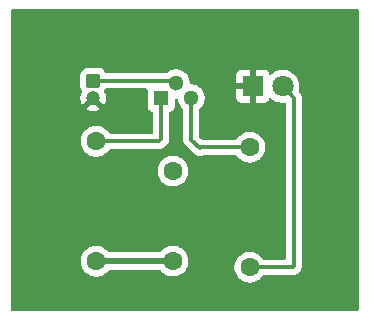
<source format=gbr>
%TF.GenerationSoftware,KiCad,Pcbnew,9.0.4*%
%TF.CreationDate,2025-12-02T16:43:16+05:30*%
%TF.ProjectId,Eg,45672e6b-6963-4616-945f-706362585858,rev?*%
%TF.SameCoordinates,Original*%
%TF.FileFunction,Copper,L1,Top*%
%TF.FilePolarity,Positive*%
%FSLAX46Y46*%
G04 Gerber Fmt 4.6, Leading zero omitted, Abs format (unit mm)*
G04 Created by KiCad (PCBNEW 9.0.4) date 2025-12-02 16:43:16*
%MOMM*%
%LPD*%
G01*
G04 APERTURE LIST*
G04 Aperture macros list*
%AMRoundRect*
0 Rectangle with rounded corners*
0 $1 Rounding radius*
0 $2 $3 $4 $5 $6 $7 $8 $9 X,Y pos of 4 corners*
0 Add a 4 corners polygon primitive as box body*
4,1,4,$2,$3,$4,$5,$6,$7,$8,$9,$2,$3,0*
0 Add four circle primitives for the rounded corners*
1,1,$1+$1,$2,$3*
1,1,$1+$1,$4,$5*
1,1,$1+$1,$6,$7*
1,1,$1+$1,$8,$9*
0 Add four rect primitives between the rounded corners*
20,1,$1+$1,$2,$3,$4,$5,0*
20,1,$1+$1,$4,$5,$6,$7,0*
20,1,$1+$1,$6,$7,$8,$9,0*
20,1,$1+$1,$8,$9,$2,$3,0*%
G04 Aperture macros list end*
%TA.AperFunction,ComponentPad*%
%ADD10C,1.600000*%
%TD*%
%TA.AperFunction,ComponentPad*%
%ADD11R,1.300000X1.300000*%
%TD*%
%TA.AperFunction,ComponentPad*%
%ADD12C,1.300000*%
%TD*%
%TA.AperFunction,ComponentPad*%
%ADD13R,1.800000X1.800000*%
%TD*%
%TA.AperFunction,ComponentPad*%
%ADD14C,1.800000*%
%TD*%
%TA.AperFunction,ComponentPad*%
%ADD15RoundRect,0.250000X-0.350000X0.350000X-0.350000X-0.350000X0.350000X-0.350000X0.350000X0.350000X0*%
%TD*%
%TA.AperFunction,ComponentPad*%
%ADD16C,1.200000*%
%TD*%
%TA.AperFunction,Conductor*%
%ADD17C,0.300000*%
%TD*%
%TA.AperFunction,Conductor*%
%ADD18C,0.500000*%
%TD*%
G04 APERTURE END LIST*
D10*
%TO.P,R3,1*%
%TO.N,Net-(Q1-B1)*%
X156250000Y-102420000D03*
%TO.P,R3,2*%
%TO.N,Net-(D1-A)*%
X156250000Y-112580000D03*
%TD*%
%TO.P,R2,1*%
%TO.N,+5V*%
X143250000Y-112080000D03*
%TO.P,R2,2*%
%TO.N,Net-(Q1-B2)*%
X143250000Y-101920000D03*
%TD*%
%TO.P,R1,1*%
%TO.N,+5V*%
X149750000Y-112060000D03*
%TO.P,R1,2*%
%TO.N,Net-(Q1-E)*%
X149750000Y-104440000D03*
%TD*%
D11*
%TO.P,Q1,1,B2*%
%TO.N,Net-(Q1-B2)*%
X148750000Y-98250000D03*
D12*
%TO.P,Q1,2,E*%
%TO.N,Net-(Q1-E)*%
X150020000Y-96980000D03*
%TO.P,Q1,3,B1*%
%TO.N,Net-(Q1-B1)*%
X151290000Y-98250000D03*
%TD*%
D13*
%TO.P,D1,1,K*%
%TO.N,GND*%
X156500000Y-97250000D03*
D14*
%TO.P,D1,2,A*%
%TO.N,Net-(D1-A)*%
X159040000Y-97250000D03*
%TD*%
D15*
%TO.P,C1,1*%
%TO.N,Net-(Q1-E)*%
X143000000Y-96777401D03*
D16*
%TO.P,C1,2*%
%TO.N,GND*%
X143000000Y-98277401D03*
%TD*%
D17*
%TO.N,Net-(Q1-B1)*%
X152080000Y-102420000D02*
X156250000Y-102420000D01*
X151290000Y-101790000D02*
X152000000Y-102500000D01*
X152000000Y-102500000D02*
X152080000Y-102420000D01*
X151290000Y-98250000D02*
X151290000Y-101790000D01*
%TO.N,Net-(Q1-B2)*%
X148750000Y-101750000D02*
X148750000Y-98250000D01*
X148580000Y-101920000D02*
X148750000Y-101750000D01*
X143250000Y-101920000D02*
X148580000Y-101920000D01*
%TO.N,Net-(D1-A)*%
X160000000Y-98210000D02*
X159040000Y-97250000D01*
X160000000Y-112500000D02*
X160000000Y-98210000D01*
X159920000Y-112580000D02*
X160000000Y-112500000D01*
X156250000Y-112580000D02*
X159920000Y-112580000D01*
%TO.N,Net-(Q1-E)*%
X149817401Y-96777401D02*
X150020000Y-96980000D01*
X143000000Y-96777401D02*
X149817401Y-96777401D01*
D18*
%TO.N,+5V*%
X149730000Y-112080000D02*
X149750000Y-112060000D01*
X143250000Y-112080000D02*
X149730000Y-112080000D01*
D17*
%TO.N,Net-(Q1-B1)*%
X156140000Y-102310000D02*
X156250000Y-102420000D01*
%TD*%
%TA.AperFunction,Conductor*%
%TO.N,GND*%
G36*
X165442539Y-90770185D02*
G01*
X165488294Y-90822989D01*
X165499500Y-90874500D01*
X165499500Y-116125500D01*
X165479815Y-116192539D01*
X165427011Y-116238294D01*
X165375500Y-116249500D01*
X136124500Y-116249500D01*
X136057461Y-116229815D01*
X136011706Y-116177011D01*
X136000500Y-116125500D01*
X136000500Y-111977648D01*
X141949500Y-111977648D01*
X141949500Y-112182351D01*
X141981522Y-112384534D01*
X142044781Y-112579223D01*
X142087442Y-112662948D01*
X142127522Y-112741610D01*
X142137715Y-112761613D01*
X142258028Y-112927213D01*
X142402786Y-113071971D01*
X142519086Y-113156466D01*
X142568390Y-113192287D01*
X142684607Y-113251503D01*
X142750776Y-113285218D01*
X142750778Y-113285218D01*
X142750781Y-113285220D01*
X142855137Y-113319127D01*
X142945465Y-113348477D01*
X143021375Y-113360500D01*
X143147648Y-113380500D01*
X143147649Y-113380500D01*
X143352351Y-113380500D01*
X143352352Y-113380500D01*
X143554534Y-113348477D01*
X143749219Y-113285220D01*
X143931610Y-113192287D01*
X144078898Y-113085277D01*
X144097213Y-113071971D01*
X144097215Y-113071968D01*
X144097219Y-113071966D01*
X144241966Y-112927219D01*
X144256501Y-112907213D01*
X144275100Y-112881615D01*
X144330429Y-112838949D01*
X144375418Y-112830500D01*
X148639113Y-112830500D01*
X148706152Y-112850185D01*
X148739432Y-112881616D01*
X148758030Y-112907215D01*
X148902786Y-113051971D01*
X149038405Y-113150502D01*
X149068390Y-113172287D01*
X149182639Y-113230500D01*
X149250776Y-113265218D01*
X149250778Y-113265218D01*
X149250781Y-113265220D01*
X149301240Y-113281615D01*
X149445465Y-113328477D01*
X149546557Y-113344488D01*
X149647648Y-113360500D01*
X149647649Y-113360500D01*
X149852351Y-113360500D01*
X149852352Y-113360500D01*
X150054534Y-113328477D01*
X150249219Y-113265220D01*
X150431610Y-113172287D01*
X150551370Y-113085277D01*
X150597213Y-113051971D01*
X150597215Y-113051968D01*
X150597219Y-113051966D01*
X150741966Y-112907219D01*
X150741968Y-112907215D01*
X150741971Y-112907213D01*
X150813961Y-112808125D01*
X150862287Y-112741610D01*
X150955220Y-112559219D01*
X150981724Y-112477648D01*
X154949500Y-112477648D01*
X154949500Y-112682351D01*
X154981522Y-112884534D01*
X155044781Y-113079223D01*
X155137715Y-113261613D01*
X155258028Y-113427213D01*
X155402786Y-113571971D01*
X155557749Y-113684556D01*
X155568390Y-113692287D01*
X155684607Y-113751503D01*
X155750776Y-113785218D01*
X155750778Y-113785218D01*
X155750781Y-113785220D01*
X155855137Y-113819127D01*
X155945465Y-113848477D01*
X156046557Y-113864488D01*
X156147648Y-113880500D01*
X156147649Y-113880500D01*
X156352351Y-113880500D01*
X156352352Y-113880500D01*
X156554534Y-113848477D01*
X156749219Y-113785220D01*
X156931610Y-113692287D01*
X157024590Y-113624732D01*
X157097213Y-113571971D01*
X157097215Y-113571968D01*
X157097219Y-113571966D01*
X157241966Y-113427219D01*
X157347753Y-113281613D01*
X157403082Y-113238949D01*
X157448071Y-113230500D01*
X159984071Y-113230500D01*
X160068615Y-113213682D01*
X160109744Y-113205501D01*
X160228127Y-113156465D01*
X160237047Y-113150504D01*
X160237055Y-113150502D01*
X160237054Y-113150500D01*
X160334669Y-113085277D01*
X160505277Y-112914669D01*
X160576465Y-112808127D01*
X160625501Y-112689744D01*
X160630830Y-112662952D01*
X160650500Y-112564069D01*
X160650500Y-98145931D01*
X160650500Y-98145928D01*
X160625502Y-98020261D01*
X160625501Y-98020260D01*
X160625501Y-98020256D01*
X160576465Y-97901873D01*
X160505277Y-97795331D01*
X160430777Y-97720831D01*
X160397294Y-97659511D01*
X160400531Y-97594829D01*
X160406013Y-97577957D01*
X160406012Y-97577957D01*
X160406015Y-97577951D01*
X160440500Y-97360222D01*
X160440500Y-97139778D01*
X160406015Y-96922049D01*
X160371955Y-96817221D01*
X160337896Y-96712396D01*
X160337895Y-96712393D01*
X160303237Y-96644375D01*
X160237815Y-96515978D01*
X160137127Y-96377392D01*
X160108247Y-96337641D01*
X160108243Y-96337636D01*
X159952363Y-96181756D01*
X159952358Y-96181752D01*
X159774025Y-96052187D01*
X159774024Y-96052186D01*
X159774022Y-96052185D01*
X159663762Y-95996004D01*
X159577606Y-95952104D01*
X159577603Y-95952103D01*
X159367952Y-95883985D01*
X159202809Y-95857829D01*
X159150222Y-95849500D01*
X158929778Y-95849500D01*
X158877191Y-95857829D01*
X158712047Y-95883985D01*
X158502396Y-95952103D01*
X158502393Y-95952104D01*
X158305974Y-96052187D01*
X158127641Y-96181752D01*
X158127636Y-96181756D01*
X158077075Y-96232317D01*
X158015752Y-96265801D01*
X157946060Y-96260816D01*
X157890127Y-96218945D01*
X157873213Y-96187968D01*
X157843354Y-96107913D01*
X157843350Y-96107906D01*
X157757190Y-95992812D01*
X157757187Y-95992809D01*
X157642093Y-95906649D01*
X157642086Y-95906645D01*
X157507379Y-95856403D01*
X157507372Y-95856401D01*
X157447844Y-95850000D01*
X156750000Y-95850000D01*
X156750000Y-96874722D01*
X156673694Y-96830667D01*
X156559244Y-96800000D01*
X156440756Y-96800000D01*
X156326306Y-96830667D01*
X156250000Y-96874722D01*
X156250000Y-95850000D01*
X155552155Y-95850000D01*
X155492627Y-95856401D01*
X155492620Y-95856403D01*
X155357913Y-95906645D01*
X155357906Y-95906649D01*
X155242812Y-95992809D01*
X155242809Y-95992812D01*
X155156649Y-96107906D01*
X155156645Y-96107913D01*
X155106403Y-96242620D01*
X155106401Y-96242627D01*
X155100000Y-96302155D01*
X155100000Y-97000000D01*
X156124722Y-97000000D01*
X156080667Y-97076306D01*
X156050000Y-97190756D01*
X156050000Y-97309244D01*
X156080667Y-97423694D01*
X156124722Y-97500000D01*
X155100000Y-97500000D01*
X155100000Y-98197844D01*
X155106401Y-98257372D01*
X155106403Y-98257379D01*
X155156645Y-98392086D01*
X155156649Y-98392093D01*
X155242809Y-98507187D01*
X155242812Y-98507190D01*
X155357906Y-98593350D01*
X155357913Y-98593354D01*
X155492620Y-98643596D01*
X155492627Y-98643598D01*
X155552155Y-98649999D01*
X155552172Y-98650000D01*
X156250000Y-98650000D01*
X156250000Y-97625277D01*
X156326306Y-97669333D01*
X156440756Y-97700000D01*
X156559244Y-97700000D01*
X156673694Y-97669333D01*
X156750000Y-97625277D01*
X156750000Y-98650000D01*
X157447828Y-98650000D01*
X157447844Y-98649999D01*
X157507372Y-98643598D01*
X157507379Y-98643596D01*
X157642086Y-98593354D01*
X157642093Y-98593350D01*
X157757187Y-98507190D01*
X157757190Y-98507187D01*
X157843350Y-98392093D01*
X157843354Y-98392086D01*
X157873213Y-98312031D01*
X157915084Y-98256097D01*
X157980548Y-98231680D01*
X158048821Y-98246531D01*
X158077076Y-98267683D01*
X158127636Y-98318243D01*
X158127641Y-98318247D01*
X158230802Y-98393197D01*
X158305978Y-98447815D01*
X158422501Y-98507187D01*
X158502393Y-98547895D01*
X158502396Y-98547896D01*
X158607221Y-98581955D01*
X158712049Y-98616015D01*
X158929778Y-98650500D01*
X158929779Y-98650500D01*
X159150220Y-98650500D01*
X159150222Y-98650500D01*
X159206102Y-98641649D01*
X159275395Y-98650603D01*
X159328847Y-98695599D01*
X159349487Y-98762351D01*
X159349500Y-98764122D01*
X159349500Y-111805500D01*
X159329815Y-111872539D01*
X159277011Y-111918294D01*
X159225500Y-111929500D01*
X157448071Y-111929500D01*
X157381032Y-111909815D01*
X157347754Y-111878386D01*
X157241966Y-111732781D01*
X157097219Y-111588034D01*
X157097213Y-111588028D01*
X156931613Y-111467715D01*
X156931612Y-111467714D01*
X156931610Y-111467713D01*
X156874653Y-111438691D01*
X156749223Y-111374781D01*
X156554534Y-111311522D01*
X156379995Y-111283878D01*
X156352352Y-111279500D01*
X156147648Y-111279500D01*
X156123329Y-111283351D01*
X155945465Y-111311522D01*
X155750776Y-111374781D01*
X155568386Y-111467715D01*
X155402786Y-111588028D01*
X155258028Y-111732786D01*
X155137715Y-111898386D01*
X155044781Y-112080776D01*
X154981522Y-112275465D01*
X154949500Y-112477648D01*
X150981724Y-112477648D01*
X151018477Y-112364534D01*
X151050500Y-112162352D01*
X151050500Y-111957648D01*
X151018477Y-111755466D01*
X150955220Y-111560781D01*
X150955218Y-111560778D01*
X150955218Y-111560776D01*
X150907799Y-111467713D01*
X150862287Y-111378390D01*
X150826767Y-111329500D01*
X150741971Y-111212786D01*
X150597213Y-111068028D01*
X150431613Y-110947715D01*
X150431612Y-110947714D01*
X150431610Y-110947713D01*
X150374653Y-110918691D01*
X150249223Y-110854781D01*
X150054534Y-110791522D01*
X149879995Y-110763878D01*
X149852352Y-110759500D01*
X149647648Y-110759500D01*
X149623329Y-110763351D01*
X149445465Y-110791522D01*
X149250776Y-110854781D01*
X149068386Y-110947715D01*
X148902786Y-111068028D01*
X148758030Y-111212784D01*
X148710371Y-111278384D01*
X148655041Y-111321051D01*
X148610052Y-111329500D01*
X144375418Y-111329500D01*
X144308379Y-111309815D01*
X144275100Y-111278385D01*
X144241971Y-111232787D01*
X144241967Y-111232782D01*
X144097213Y-111088028D01*
X143931613Y-110967715D01*
X143931612Y-110967714D01*
X143931610Y-110967713D01*
X143874653Y-110938691D01*
X143749223Y-110874781D01*
X143554534Y-110811522D01*
X143379995Y-110783878D01*
X143352352Y-110779500D01*
X143147648Y-110779500D01*
X143123329Y-110783351D01*
X142945465Y-110811522D01*
X142750776Y-110874781D01*
X142568386Y-110967715D01*
X142402786Y-111088028D01*
X142258028Y-111232786D01*
X142137715Y-111398386D01*
X142044781Y-111580776D01*
X141981522Y-111775465D01*
X141949500Y-111977648D01*
X136000500Y-111977648D01*
X136000500Y-104337648D01*
X148449500Y-104337648D01*
X148449500Y-104542351D01*
X148481522Y-104744534D01*
X148544781Y-104939223D01*
X148637715Y-105121613D01*
X148758028Y-105287213D01*
X148902786Y-105431971D01*
X149057749Y-105544556D01*
X149068390Y-105552287D01*
X149184607Y-105611503D01*
X149250776Y-105645218D01*
X149250778Y-105645218D01*
X149250781Y-105645220D01*
X149355137Y-105679127D01*
X149445465Y-105708477D01*
X149546557Y-105724488D01*
X149647648Y-105740500D01*
X149647649Y-105740500D01*
X149852351Y-105740500D01*
X149852352Y-105740500D01*
X150054534Y-105708477D01*
X150249219Y-105645220D01*
X150431610Y-105552287D01*
X150524590Y-105484732D01*
X150597213Y-105431971D01*
X150597215Y-105431968D01*
X150597219Y-105431966D01*
X150741966Y-105287219D01*
X150741968Y-105287215D01*
X150741971Y-105287213D01*
X150794732Y-105214590D01*
X150862287Y-105121610D01*
X150955220Y-104939219D01*
X151018477Y-104744534D01*
X151050500Y-104542352D01*
X151050500Y-104337648D01*
X151018477Y-104135466D01*
X150955220Y-103940781D01*
X150955218Y-103940778D01*
X150955218Y-103940776D01*
X150921503Y-103874607D01*
X150862287Y-103758390D01*
X150811493Y-103688477D01*
X150741971Y-103592786D01*
X150597213Y-103448028D01*
X150431613Y-103327715D01*
X150431612Y-103327714D01*
X150431610Y-103327713D01*
X150374653Y-103298691D01*
X150249223Y-103234781D01*
X150054534Y-103171522D01*
X149879995Y-103143878D01*
X149852352Y-103139500D01*
X149647648Y-103139500D01*
X149623329Y-103143351D01*
X149445465Y-103171522D01*
X149250776Y-103234781D01*
X149068386Y-103327715D01*
X148902786Y-103448028D01*
X148758028Y-103592786D01*
X148637715Y-103758386D01*
X148544781Y-103940776D01*
X148481522Y-104135465D01*
X148449500Y-104337648D01*
X136000500Y-104337648D01*
X136000500Y-99213690D01*
X142417261Y-99213690D01*
X142417262Y-99213691D01*
X142423471Y-99218202D01*
X142577742Y-99296809D01*
X142742415Y-99350315D01*
X142913429Y-99377401D01*
X143086571Y-99377401D01*
X143257584Y-99350315D01*
X143422257Y-99296809D01*
X143576525Y-99218204D01*
X143582736Y-99213690D01*
X143582737Y-99213690D01*
X143000001Y-98630954D01*
X143000000Y-98630954D01*
X142417261Y-99213690D01*
X136000500Y-99213690D01*
X136000500Y-96377384D01*
X141899500Y-96377384D01*
X141899500Y-97177402D01*
X141899501Y-97177420D01*
X141910000Y-97280197D01*
X141910001Y-97280200D01*
X141965185Y-97446732D01*
X141965189Y-97446741D01*
X142051000Y-97585863D01*
X142069440Y-97653255D01*
X142055946Y-97707254D01*
X141980591Y-97855143D01*
X141927085Y-98019816D01*
X141900000Y-98190829D01*
X141900000Y-98363972D01*
X141927085Y-98534985D01*
X141980592Y-98699660D01*
X142059196Y-98853926D01*
X142063709Y-98860137D01*
X142063709Y-98860138D01*
X142705145Y-98218701D01*
X142700000Y-98237905D01*
X142700000Y-98316897D01*
X142720444Y-98393197D01*
X142759940Y-98461606D01*
X142815795Y-98517461D01*
X142884204Y-98556957D01*
X142960504Y-98577401D01*
X143039496Y-98577401D01*
X143115796Y-98556957D01*
X143184205Y-98517461D01*
X143240060Y-98461606D01*
X143279556Y-98393197D01*
X143300000Y-98316897D01*
X143300000Y-98237905D01*
X143294854Y-98218702D01*
X143936289Y-98860137D01*
X143940803Y-98853926D01*
X144019408Y-98699658D01*
X144072914Y-98534985D01*
X144100000Y-98363972D01*
X144100000Y-98190829D01*
X144072914Y-98019816D01*
X144019407Y-97855141D01*
X143944054Y-97707255D01*
X143942103Y-97696871D01*
X143936228Y-97688090D01*
X143935765Y-97663125D01*
X143931157Y-97638586D01*
X143935096Y-97626945D01*
X143934935Y-97618232D01*
X143949000Y-97585862D01*
X144010100Y-97486804D01*
X144062048Y-97440079D01*
X144115638Y-97427901D01*
X147475500Y-97427901D01*
X147542539Y-97447586D01*
X147588294Y-97500390D01*
X147599500Y-97551901D01*
X147599500Y-98947870D01*
X147599501Y-98947876D01*
X147605908Y-99007483D01*
X147656202Y-99142328D01*
X147656206Y-99142335D01*
X147742452Y-99257544D01*
X147742455Y-99257547D01*
X147857664Y-99343793D01*
X147857671Y-99343797D01*
X147992517Y-99394091D01*
X148000062Y-99395874D01*
X147999523Y-99398151D01*
X148053287Y-99420408D01*
X148093147Y-99477793D01*
X148099500Y-99516975D01*
X148099500Y-101145500D01*
X148079815Y-101212539D01*
X148027011Y-101258294D01*
X147975500Y-101269500D01*
X144448071Y-101269500D01*
X144381032Y-101249815D01*
X144347754Y-101218386D01*
X144241966Y-101072781D01*
X144097219Y-100928034D01*
X144097213Y-100928028D01*
X143931613Y-100807715D01*
X143931612Y-100807714D01*
X143931610Y-100807713D01*
X143874653Y-100778691D01*
X143749223Y-100714781D01*
X143554534Y-100651522D01*
X143379995Y-100623878D01*
X143352352Y-100619500D01*
X143147648Y-100619500D01*
X143123329Y-100623351D01*
X142945465Y-100651522D01*
X142750776Y-100714781D01*
X142568386Y-100807715D01*
X142402786Y-100928028D01*
X142258028Y-101072786D01*
X142137715Y-101238386D01*
X142044781Y-101420776D01*
X141981522Y-101615465D01*
X141949500Y-101817648D01*
X141949500Y-102022351D01*
X141981522Y-102224534D01*
X142044781Y-102419223D01*
X142137715Y-102601613D01*
X142258028Y-102767213D01*
X142402786Y-102911971D01*
X142531215Y-103005278D01*
X142568390Y-103032287D01*
X142682021Y-103090185D01*
X142750776Y-103125218D01*
X142750778Y-103125218D01*
X142750781Y-103125220D01*
X142828585Y-103150500D01*
X142945465Y-103188477D01*
X143046557Y-103204488D01*
X143147648Y-103220500D01*
X143147649Y-103220500D01*
X143352351Y-103220500D01*
X143352352Y-103220500D01*
X143554534Y-103188477D01*
X143749219Y-103125220D01*
X143931610Y-103032287D01*
X144087231Y-102919223D01*
X144097213Y-102911971D01*
X144097215Y-102911968D01*
X144097219Y-102911966D01*
X144241966Y-102767219D01*
X144347753Y-102621613D01*
X144403082Y-102578949D01*
X144448071Y-102570500D01*
X148644071Y-102570500D01*
X148728615Y-102553682D01*
X148769744Y-102545501D01*
X148888127Y-102496465D01*
X148906679Y-102484069D01*
X148994669Y-102425277D01*
X149255276Y-102164670D01*
X149299738Y-102098127D01*
X149326464Y-102058129D01*
X149326465Y-102058127D01*
X149375501Y-101939744D01*
X149380478Y-101914723D01*
X149400500Y-101814069D01*
X149400500Y-99516975D01*
X149420185Y-99449937D01*
X149472989Y-99404182D01*
X149500135Y-99396736D01*
X149499932Y-99395876D01*
X149507479Y-99394092D01*
X149507481Y-99394091D01*
X149507483Y-99394091D01*
X149642331Y-99343796D01*
X149757546Y-99257546D01*
X149843796Y-99142331D01*
X149894091Y-99007483D01*
X149900500Y-98947873D01*
X149900499Y-98407124D01*
X149920183Y-98340087D01*
X149972987Y-98294332D01*
X150042146Y-98284388D01*
X150105702Y-98313413D01*
X150143476Y-98372191D01*
X150146972Y-98387728D01*
X150167829Y-98519410D01*
X150223787Y-98691636D01*
X150223788Y-98691639D01*
X150306006Y-98852997D01*
X150412441Y-98999494D01*
X150412445Y-98999499D01*
X150540502Y-99127556D01*
X150588384Y-99162343D01*
X150631050Y-99217672D01*
X150639500Y-99262662D01*
X150639500Y-101854069D01*
X150639500Y-101854071D01*
X150639499Y-101854071D01*
X150664497Y-101979738D01*
X150664499Y-101979744D01*
X150713535Y-102098127D01*
X150784723Y-102204669D01*
X150784726Y-102204673D01*
X151585325Y-103005272D01*
X151585332Y-103005278D01*
X151691863Y-103076459D01*
X151691867Y-103076461D01*
X151691874Y-103076466D01*
X151752578Y-103101610D01*
X151810256Y-103125501D01*
X151831107Y-103129648D01*
X151839370Y-103131291D01*
X151839371Y-103131292D01*
X151935929Y-103150500D01*
X151935931Y-103150500D01*
X152064071Y-103150500D01*
X152127334Y-103137915D01*
X152189744Y-103125501D01*
X152299746Y-103079937D01*
X152347195Y-103070500D01*
X155051929Y-103070500D01*
X155118968Y-103090185D01*
X155152245Y-103121613D01*
X155200825Y-103188477D01*
X155258034Y-103267219D01*
X155402786Y-103411971D01*
X155557749Y-103524556D01*
X155568390Y-103532287D01*
X155684607Y-103591503D01*
X155750776Y-103625218D01*
X155750778Y-103625218D01*
X155750781Y-103625220D01*
X155855137Y-103659127D01*
X155945465Y-103688477D01*
X156046557Y-103704488D01*
X156147648Y-103720500D01*
X156147649Y-103720500D01*
X156352351Y-103720500D01*
X156352352Y-103720500D01*
X156554534Y-103688477D01*
X156749219Y-103625220D01*
X156931610Y-103532287D01*
X157024590Y-103464732D01*
X157097213Y-103411971D01*
X157097215Y-103411968D01*
X157097219Y-103411966D01*
X157241966Y-103267219D01*
X157241968Y-103267215D01*
X157241971Y-103267213D01*
X157299175Y-103188477D01*
X157362287Y-103101610D01*
X157455220Y-102919219D01*
X157518477Y-102724534D01*
X157550500Y-102522352D01*
X157550500Y-102317648D01*
X157518477Y-102115466D01*
X157499846Y-102058127D01*
X157455218Y-101920776D01*
X157373833Y-101761051D01*
X157362287Y-101738390D01*
X157347753Y-101718385D01*
X157241971Y-101572786D01*
X157097213Y-101428028D01*
X156931613Y-101307715D01*
X156931612Y-101307714D01*
X156931610Y-101307713D01*
X156856613Y-101269500D01*
X156749223Y-101214781D01*
X156554534Y-101151522D01*
X156379995Y-101123878D01*
X156352352Y-101119500D01*
X156147648Y-101119500D01*
X156123329Y-101123351D01*
X155945465Y-101151522D01*
X155750776Y-101214781D01*
X155568386Y-101307715D01*
X155402786Y-101428028D01*
X155258034Y-101572780D01*
X155201597Y-101650460D01*
X155152246Y-101718386D01*
X155096918Y-101761051D01*
X155051929Y-101769500D01*
X152240808Y-101769500D01*
X152211367Y-101760855D01*
X152181381Y-101754332D01*
X152176365Y-101750577D01*
X152173769Y-101749815D01*
X152153127Y-101733181D01*
X151976819Y-101556873D01*
X151943334Y-101495550D01*
X151940500Y-101469192D01*
X151940500Y-99262662D01*
X151960185Y-99195623D01*
X151991616Y-99162343D01*
X152039497Y-99127556D01*
X152039497Y-99127555D01*
X152039501Y-99127553D01*
X152167553Y-98999501D01*
X152273996Y-98852994D01*
X152356211Y-98691639D01*
X152412171Y-98519409D01*
X152436790Y-98363972D01*
X152440500Y-98340551D01*
X152440500Y-98159448D01*
X152418453Y-98020255D01*
X152412171Y-97980591D01*
X152371411Y-97855143D01*
X152356212Y-97808363D01*
X152356211Y-97808360D01*
X152311246Y-97720113D01*
X152273996Y-97647006D01*
X152236980Y-97596057D01*
X152182831Y-97521526D01*
X152182829Y-97521524D01*
X152167554Y-97500500D01*
X152039499Y-97372445D01*
X152039494Y-97372441D01*
X151892997Y-97266006D01*
X151892996Y-97266005D01*
X151892994Y-97266004D01*
X151841300Y-97239664D01*
X151731639Y-97183788D01*
X151731636Y-97183787D01*
X151559410Y-97127829D01*
X151380551Y-97099500D01*
X151380546Y-97099500D01*
X151294500Y-97099500D01*
X151227461Y-97079815D01*
X151181706Y-97027011D01*
X151170500Y-96975500D01*
X151170500Y-96889448D01*
X151154019Y-96785397D01*
X151142171Y-96710591D01*
X151086211Y-96538361D01*
X151086211Y-96538360D01*
X151043505Y-96454546D01*
X151003996Y-96377006D01*
X151003994Y-96377003D01*
X151000167Y-96371735D01*
X151000166Y-96371734D01*
X150897558Y-96230505D01*
X150897554Y-96230500D01*
X150769499Y-96102445D01*
X150769494Y-96102441D01*
X150622997Y-95996006D01*
X150622996Y-95996005D01*
X150622994Y-95996004D01*
X150549866Y-95958743D01*
X150461639Y-95913788D01*
X150461636Y-95913787D01*
X150289410Y-95857829D01*
X150110551Y-95829500D01*
X150110546Y-95829500D01*
X149929454Y-95829500D01*
X149929449Y-95829500D01*
X149750589Y-95857829D01*
X149578363Y-95913787D01*
X149578360Y-95913788D01*
X149417002Y-95996006D01*
X149269435Y-96103219D01*
X149203629Y-96126699D01*
X149196550Y-96126901D01*
X144115638Y-96126901D01*
X144048599Y-96107216D01*
X144010099Y-96067998D01*
X144000347Y-96052187D01*
X143942712Y-95958745D01*
X143818656Y-95834689D01*
X143669334Y-95742587D01*
X143502797Y-95687402D01*
X143502795Y-95687401D01*
X143400010Y-95676901D01*
X142599998Y-95676901D01*
X142599980Y-95676902D01*
X142497203Y-95687401D01*
X142497200Y-95687402D01*
X142330668Y-95742586D01*
X142330663Y-95742588D01*
X142181342Y-95834690D01*
X142057289Y-95958743D01*
X141965187Y-96108064D01*
X141965186Y-96108067D01*
X141910001Y-96274604D01*
X141910001Y-96274605D01*
X141910000Y-96274605D01*
X141899500Y-96377384D01*
X136000500Y-96377384D01*
X136000500Y-90874500D01*
X136020185Y-90807461D01*
X136072989Y-90761706D01*
X136124500Y-90750500D01*
X165375500Y-90750500D01*
X165442539Y-90770185D01*
G37*
%TD.AperFunction*%
%TD*%
M02*

</source>
